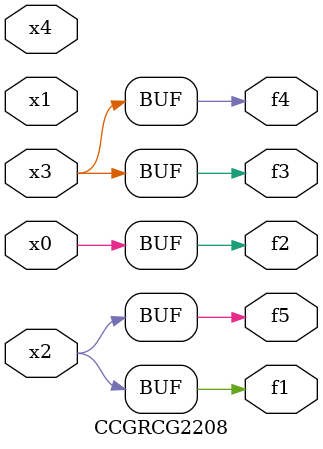
<source format=v>
module CCGRCG2208(
	input x0, x1, x2, x3, x4,
	output f1, f2, f3, f4, f5
);
	assign f1 = x2;
	assign f2 = x0;
	assign f3 = x3;
	assign f4 = x3;
	assign f5 = x2;
endmodule

</source>
